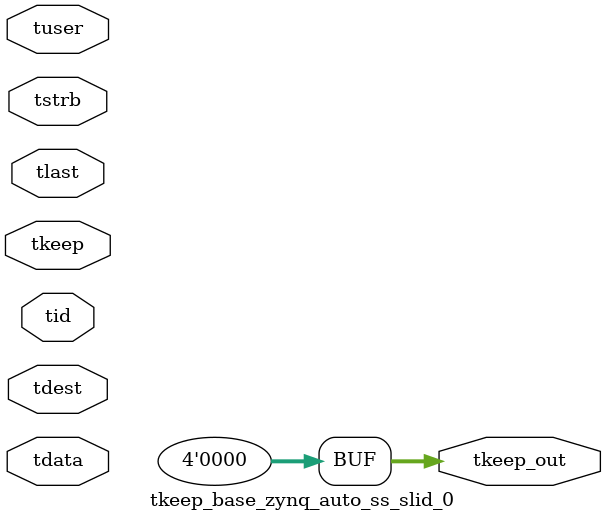
<source format=v>


`timescale 1ps/1ps

module tkeep_base_zynq_auto_ss_slid_0 #
(
parameter C_S_AXIS_TDATA_WIDTH = 32,
parameter C_S_AXIS_TUSER_WIDTH = 0,
parameter C_S_AXIS_TID_WIDTH   = 0,
parameter C_S_AXIS_TDEST_WIDTH = 0,
parameter C_M_AXIS_TDATA_WIDTH = 32
)
(
input  [(C_S_AXIS_TDATA_WIDTH == 0 ? 1 : C_S_AXIS_TDATA_WIDTH)-1:0     ] tdata,
input  [(C_S_AXIS_TUSER_WIDTH == 0 ? 1 : C_S_AXIS_TUSER_WIDTH)-1:0     ] tuser,
input  [(C_S_AXIS_TID_WIDTH   == 0 ? 1 : C_S_AXIS_TID_WIDTH)-1:0       ] tid,
input  [(C_S_AXIS_TDEST_WIDTH == 0 ? 1 : C_S_AXIS_TDEST_WIDTH)-1:0     ] tdest,
input  [(C_S_AXIS_TDATA_WIDTH/8)-1:0 ] tkeep,
input  [(C_S_AXIS_TDATA_WIDTH/8)-1:0 ] tstrb,
input                                                                    tlast,
output [(C_M_AXIS_TDATA_WIDTH/8)-1:0 ] tkeep_out
);

assign tkeep_out = {1'b0};

endmodule


</source>
